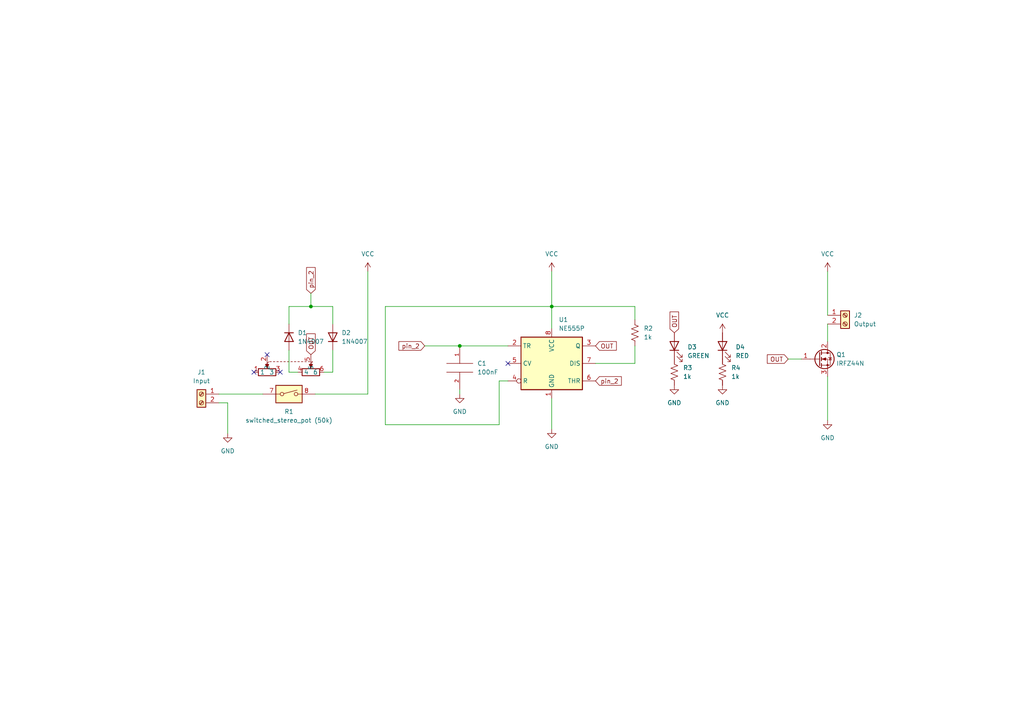
<source format=kicad_sch>
(kicad_sch (version 20211123) (generator eeschema)
  (paper "A4")
  (title_block (title "NE555 Based PWM Driver") (date "2022-03-19") (rev "v1.0") (comment 2 "creativecommons.org/licenses/by/4.0/") (comment 3 "License: CC BY 4.0") (comment 4 "Author: Mehmet Emre Doğan"))
  (lib_symbols
    (symbol "Connector:Screw_Terminal_01x02" (pin_names (offset 1.016) hide)
      (property "Reference" "J" (at 0 2.54 0))
      (property "Value" "Screw_Terminal_01x02" (at 0 -5.08 0))
      (symbol "Screw_Terminal_01x02_1_1"
        (rectangle (start -1.27 1.27) (end 1.27 -3.81) (stroke (width 0.254)) (fill (type background)))
        (circle (center 0 -2.54) (radius 0.635) (stroke (width 0.1524)))
        (polyline (pts (xy -0.5334 -2.2098) (xy 0.3302 -3.048)) (stroke (width 0.1524)))
        (polyline (pts (xy -0.5334 0.3302) (xy 0.3302 -0.508)) (stroke (width 0.1524)))
        (polyline (pts (xy -0.3556 -2.032) (xy 0.508 -2.8702)) (stroke (width 0.1524)))
        (polyline (pts (xy -0.3556 0.508) (xy 0.508 -0.3302)) (stroke (width 0.1524)))
        (circle (center 0 0) (radius 0.635) (stroke (width 0.1524)))
        (pin passive line (at -5.08 0 0) (length 3.81) (name "Pin_1") (number "1"))
        (pin passive line (at -5.08 -2.54 0) (length 3.81) (name "Pin_2") (number "2"))
      )
    )
    (symbol "Device:LED" (pin_numbers hide) (pin_names (offset 1.016) hide)
      (property "Reference" "D" (at 0 2.54 0))
      (property "Value" "LED" (at 0 -2.54 0))
      (symbol "LED_0_1"
        (polyline (pts (xy -1.27 -1.27) (xy -1.27 1.27)) (stroke (width 0.254)))
        (polyline (pts (xy -1.27 0) (xy 1.27 0)))
        (polyline (pts (xy 1.27 -1.27) (xy 1.27 1.27) (xy -1.27 0) (xy 1.27 -1.27)) (stroke (width 0.254)))
        (polyline (pts (xy -3.048 -0.762) (xy -4.572 -2.286) (xy -3.81 -2.286) (xy -4.572 -2.286) (xy -4.572 -1.524)))
        (polyline (pts (xy -1.778 -0.762) (xy -3.302 -2.286) (xy -2.54 -2.286) (xy -3.302 -2.286) (xy -3.302 -1.524)))
      )
      (symbol "LED_1_1"
        (pin passive line (at -3.81 0 0) (length 2.54) (name "K") (number "1"))
        (pin passive line (at 3.81 0 180) (length 2.54) (name "A") (number "2"))
      )
    )
    (symbol "Device:R_US" (pin_numbers hide) (pin_names (offset 0))
      (property "Reference" "R" (at 2.54 0 90))
      (property "Value" "R_US" (at -2.54 0 90))
      (symbol "R_US_0_1"
        (polyline (pts (xy 0 -2.286) (xy 0 -2.54)))
        (polyline (pts (xy 0 2.286) (xy 0 2.54)))
        (polyline (pts (xy 0 -0.762) (xy 1.016 -1.143) (xy 0 -1.524) (xy -1.016 -1.905) (xy 0 -2.286)))
        (polyline (pts (xy 0 0.762) (xy 1.016 0.381) (xy 0 0) (xy -1.016 -0.381) (xy 0 -0.762)))
        (polyline (pts (xy 0 2.286) (xy 1.016 1.905) (xy 0 1.524) (xy -1.016 1.143) (xy 0 0.762)))
      )
      (symbol "R_US_1_1"
        (pin passive line (at 0 3.81 270) (length 1.27) (name "~") (number "1"))
        (pin passive line (at 0 -3.81 90) (length 1.27) (name "~") (number "2"))
      )
    )
    (symbol "Diode:1N4007" (pin_numbers hide) (pin_names (offset 1.016) hide)
      (property "Reference" "D" (at 0 2.54 0))
      (property "Value" "1N4007" (at 0 -2.54 0))
      (symbol "1N4007_0_1"
        (polyline (pts (xy -1.27 1.27) (xy -1.27 -1.27)) (stroke (width 0.254)))
        (polyline (pts (xy 1.27 0) (xy -1.27 0)))
        (polyline (pts (xy 1.27 1.27) (xy 1.27 -1.27) (xy -1.27 0) (xy 1.27 1.27)) (stroke (width 0.254)))
      )
      (symbol "1N4007_1_1"
        (pin passive line (at -3.81 0 0) (length 2.54) (name "K") (number "1"))
        (pin passive line (at 3.81 0 180) (length 2.54) (name "A") (number "2"))
      )
    )
    (symbol "Timer:NE555P"
      (property "Reference" "U" (at -10.16 8.89 0))
      (property "Value" "NE555P" (at 2.54 8.89 0))
      (symbol "NE555P_0_0"
        (pin power_in line (at 0 -10.16 90) (length 2.54) (name "GND") (number "1"))
        (pin power_in line (at 0 10.16 270) (length 2.54) (name "VCC") (number "8"))
      )
      (symbol "NE555P_0_1"
        (rectangle (start -8.89 -7.62) (end 8.89 7.62) (stroke (width 0.254)) (fill (type background)))
        (rectangle (start -8.89 -7.62) (end 8.89 7.62) (stroke (width 0.254)) (fill (type background)))
      )
      (symbol "NE555P_1_1"
        (pin input line (at -12.7 5.08 0) (length 3.81) (name "TR") (number "2"))
        (pin output line (at 12.7 5.08 180) (length 3.81) (name "Q") (number "3"))
        (pin input inverted (at -12.7 -5.08 0) (length 3.81) (name "R") (number "4"))
        (pin input line (at -12.7 0 0) (length 3.81) (name "CV") (number "5"))
        (pin input line (at 12.7 -5.08 180) (length 3.81) (name "THR") (number "6"))
        (pin input line (at 12.7 0 180) (length 3.81) (name "DIS") (number "7"))
      )
    )
    (symbol "Transistor_FET:IRF540N" (pin_names hide)
      (property "Reference" "Q" (at 6.35 1.905 0))
      (property "Value" "IRF540N" (at 6.35 0 0))
      (symbol "IRF540N_0_1"
        (polyline (pts (xy 0.254 0) (xy -2.54 0)))
        (polyline (pts (xy 0.254 1.905) (xy 0.254 -1.905)) (stroke (width 0.254)))
        (polyline (pts (xy 0.762 -1.27) (xy 0.762 -2.286)) (stroke (width 0.254)))
        (polyline (pts (xy 0.762 0.508) (xy 0.762 -0.508)) (stroke (width 0.254)))
        (polyline (pts (xy 0.762 2.286) (xy 0.762 1.27)) (stroke (width 0.254)))
        (polyline (pts (xy 2.54 2.54) (xy 2.54 1.778)))
        (polyline (pts (xy 2.54 -2.54) (xy 2.54 0) (xy 0.762 0)))
        (polyline (pts (xy 0.762 -1.778) (xy 3.302 -1.778) (xy 3.302 1.778) (xy 0.762 1.778)))
        (polyline (pts (xy 1.016 0) (xy 2.032 0.381) (xy 2.032 -0.381) (xy 1.016 0)) (fill (type outline)))
        (polyline (pts (xy 2.794 0.508) (xy 2.921 0.381) (xy 3.683 0.381) (xy 3.81 0.254)))
        (polyline (pts (xy 3.302 0.381) (xy 2.921 -0.254) (xy 3.683 -0.254) (xy 3.302 0.381)))
        (circle (center 1.651 0) (radius 2.794) (stroke (width 0.254)))
        (circle (center 2.54 -1.778) (radius 0.254) (fill (type outline)))
        (circle (center 2.54 1.778) (radius 0.254) (fill (type outline)))
      )
      (symbol "IRF540N_1_1"
        (pin input line (at -5.08 0 0) (length 2.54) (name "G") (number "1"))
        (pin passive line (at 2.54 5.08 270) (length 2.54) (name "D") (number "2"))
        (pin passive line (at 2.54 -5.08 90) (length 2.54) (name "S") (number "3"))
      )
    )
    (symbol "power:GND" (power) (pin_names (offset 0))
      (property "Value" "GND" (at 0 -3.81 0))
      (symbol "GND_0_1"
        (polyline (pts (xy 0 0) (xy 0 -1.27) (xy 1.27 -1.27) (xy 0 -2.54) (xy -1.27 -1.27) (xy 0 -1.27)))
      )
      (symbol "GND_1_1"
        (pin power_in line (at 0 0 270) (length 0) hide (name "GND") (number "1"))
      )
    )
    (symbol "power:VCC" (power) (pin_names (offset 0))
      (property "Value" "VCC" (at 0 3.81 0))
      (symbol "VCC_0_1"
        (polyline (pts (xy -0.762 1.27) (xy 0 2.54)))
        (polyline (pts (xy 0 0) (xy 0 2.54)))
        (polyline (pts (xy 0 2.54) (xy 0.762 1.27)))
      )
      (symbol "VCC_1_1"
        (pin power_in line (at 0 0 90) (length 0) hide (name "VCC") (number "1"))
      )
    )
    (symbol "pspice:C" (pin_names (offset 0.254))
      (property "Reference" "C" (at 2.54 3.81 90))
      (property "Value" "C" (at 2.54 -3.81 90))
      (symbol "C_0_1"
        (polyline (pts (xy -3.81 -1.27) (xy 3.81 -1.27)))
        (polyline (pts (xy -3.81 1.27) (xy 3.81 1.27)))
      )
      (symbol "C_1_1"
        (pin passive line (at 0 6.35 270) (length 5.08) (name "~") (number "1"))
        (pin passive line (at 0 -6.35 90) (length 5.08) (name "~") (number "2"))
      )
    )
    (symbol "stereo_pot_with_switch:switched_stereo_pot"
      (property "Reference" "R" (at -6.35 10.16 0))
      (property "Value" "switched_stereo_pot" (at 5.08 10.16 0))
      (symbol "switched_stereo_pot_0_0"
        (polyline (pts (xy 3.556 -10.033) (xy 7.4422 -8.9916)))
        (circle (center 3.048 -10.16) (radius 0.508))
        (circle (center 7.112 -10.16) (radius 0.508))
      )
      (symbol "switched_stereo_pot_0_1"
        (rectangle (start -3.81 -2.794) (end 1.27 -4.826) (stroke (width 0.254)))
        (polyline (pts (xy -1.27 -1.27) (xy -1.27 -2.286)))
        (polyline (pts (xy -1.27 -1.27) (xy -1.27 -2.286)))
        (polyline (pts (xy -1.27 -1.27) (xy -0.762 -0.762)))
        (polyline (pts (xy -0.508 -0.762) (xy 0 -0.762)))
        (polyline (pts (xy 0.508 -0.762) (xy 1.016 -0.762)))
        (polyline (pts (xy 1.524 -0.762) (xy 2.032 -0.762)))
        (polyline (pts (xy 2.54 -0.762) (xy 3.048 -0.762)))
        (polyline (pts (xy 3.556 -0.762) (xy 4.064 -0.762)))
        (polyline (pts (xy 4.572 -0.762) (xy 5.08 -0.762)))
        (polyline (pts (xy 5.588 -0.762) (xy 6.096 -0.762)))
        (polyline (pts (xy 6.604 -0.762) (xy 7.112 -0.762)))
        (polyline (pts (xy 7.62 -0.762) (xy 8.128 -0.762)))
        (polyline (pts (xy 8.636 -0.762) (xy 9.144 -0.762)))
        (polyline (pts (xy 9.652 -0.762) (xy 10.16 -0.762)))
        (polyline (pts (xy 10.668 -0.762) (xy 11.176 -0.762)))
        (polyline (pts (xy 11.43 -1.27) (xy 11.43 -2.286)))
        (polyline (pts (xy 11.43 -1.27) (xy 11.43 -2.286)))
        (polyline (pts (xy 11.684 -0.762) (xy 11.938 -0.762) (xy 11.43 -1.27)))
        (polyline (pts (xy -1.27 -2.667) (xy -1.778 -1.524) (xy -0.762 -1.524) (xy -1.27 -2.667)) (fill (type outline)))
        (polyline (pts (xy 11.43 -2.667) (xy 10.922 -1.524) (xy 11.938 -1.524) (xy 11.43 -2.667)) (fill (type outline)))
        (rectangle (start 1.27 -7.62) (end 8.89 -12.7) (stroke (width 0.254)) (fill (type background)))
        (rectangle (start 8.89 -2.794) (end 13.97 -4.826) (stroke (width 0.254)))
      )
      (symbol "switched_stereo_pot_1_1"
        (pin passive line (at -5.08 -3.81 0) (length 1.27) (name "1") (number "1"))
        (pin passive line (at -1.27 1.27 270) (length 2.54) (name "2") (number "2"))
        (pin passive line (at 2.54 -3.81 180) (length 1.27) (name "3") (number "3"))
        (pin passive line (at 7.62 -3.81 0) (length 1.27) (name "4") (number "4"))
        (pin passive line (at 11.43 1.27 270) (length 2.54) (name "5") (number "5"))
        (pin passive line (at 15.24 -3.81 180) (length 1.27) (name "6") (number "6"))
        (pin passive line (at -2.54 -10.16 0) (length 5.08) (name "~") (number "7"))
        (pin passive line (at 12.7 -10.16 180) (length 5.08) (name "~") (number "8"))
      )
    )
  )
  (junction (at 133.35 100.33))
  (junction (at 90.17 88.9))
  (junction (at 160.02 88.9))
  (no_connect (at 147.32 105.41))
  (no_connect (at 77.47 102.87))
  (no_connect (at 81.28 107.95))
  (no_connect (at 73.66 107.95))
  (wire (pts (xy 184.15 105.41) (xy 184.15 100.33)))
  (wire (pts (xy 96.52 88.9) (xy 96.52 93.98)))
  (wire (pts (xy 184.15 92.71) (xy 184.15 88.9)))
  (wire (pts (xy 83.82 88.9) (xy 90.17 88.9)))
  (wire (pts (xy 83.82 107.95) (xy 86.36 107.95)))
  (wire (pts (xy 83.82 101.6) (xy 83.82 107.95)))
  (wire (pts (xy 63.5 116.84) (xy 66.04 116.84)))
  (wire (pts (xy 160.02 78.74) (xy 160.02 88.9)))
  (wire (pts (xy 160.02 115.57) (xy 160.02 124.46)))
  (wire (pts (xy 91.44 114.3) (xy 106.68 114.3)))
  (wire (pts (xy 147.32 110.49) (xy 144.78 110.49)))
  (wire (pts (xy 228.6 104.14) (xy 232.41 104.14)))
  (wire (pts (xy 172.72 105.41) (xy 184.15 105.41)))
  (wire (pts (xy 96.52 101.6) (xy 96.52 107.95)))
  (wire (pts (xy 90.17 85.09) (xy 90.17 88.9)))
  (wire (pts (xy 144.78 123.19) (xy 111.76 123.19)))
  (wire (pts (xy 133.35 100.33) (xy 147.32 100.33)))
  (wire (pts (xy 90.17 88.9) (xy 96.52 88.9)))
  (wire (pts (xy 83.82 93.98) (xy 83.82 88.9)))
  (wire (pts (xy 133.35 113.03) (xy 133.35 114.3)))
  (wire (pts (xy 240.03 93.98) (xy 240.03 99.06)))
  (wire (pts (xy 111.76 88.9) (xy 160.02 88.9)))
  (wire (pts (xy 240.03 121.92) (xy 240.03 109.22)))
  (wire (pts (xy 63.5 114.3) (xy 76.2 114.3)))
  (wire (pts (xy 111.76 88.9) (xy 111.76 123.19)))
  (wire (pts (xy 66.04 116.84) (xy 66.04 125.73)))
  (wire (pts (xy 123.19 100.33) (xy 133.35 100.33)))
  (wire (pts (xy 144.78 110.49) (xy 144.78 123.19)))
  (wire (pts (xy 240.03 78.74) (xy 240.03 91.44)))
  (wire (pts (xy 184.15 88.9) (xy 160.02 88.9)))
  (wire (pts (xy 160.02 88.9) (xy 160.02 95.25)))
  (wire (pts (xy 106.68 114.3) (xy 106.68 78.74)))
  (wire (pts (xy 96.52 107.95) (xy 93.98 107.95)))
  (global_label "pin_2" (shape input) (at 172.72 110.49 0) (property "Intersheet References" "${INTERSHEET_REFS}" (effects hide)))
  (global_label "OUT" (shape input) (at 172.72 100.33 0) (property "Intersheet References" "${INTERSHEET_REFS}" (effects hide)))
  (global_label "pin_2" (shape input) (at 123.19 100.33 180) (property "Intersheet References" "${INTERSHEET_REFS}" (effects hide)))
  (global_label "pin_2" (shape input) (at 90.17 85.09 90) (property "Intersheet References" "${INTERSHEET_REFS}" (effects hide)))
  (global_label "OUT" (shape input) (at 195.58 96.52 90) (property "Intersheet References" "${INTERSHEET_REFS}" (effects hide)))
  (global_label "OUT" (shape input) (at 228.6 104.14 180) (property "Intersheet References" "${INTERSHEET_REFS}" (effects hide)))
  (global_label "OUT" (shape input) (at 90.17 102.87 90) (property "Intersheet References" "${INTERSHEET_REFS}" (effects hide)))
  (symbol (lib_id "Transistor_FET:IRF540N") (at 237.49 104.14 0) (unit 1)
    (property "Reference" "Q1" (at 242.57 102.87 0) (effects (justify left)))
    (property "Value" "IRFZ44N" (at 242.57 105.41 0) (effects (justify left)))
    (property "Footprint" "Package_TO_SOT_THT:TO-220-3_Vertical" (effects hide))
    (property "Datasheet" "http://www.irf.com/product-info/datasheets/data/irf540n.pdf" (effects hide))
  )
  (symbol (lib_id "Diode:1N4007") (at 83.82 97.79 270) (unit 1)
    (property "Reference" "D1" (at 86.36 96.5199 90) (effects (justify left)))
    (property "Value" "1N4007" (at 86.36 99.0599 90) (effects (justify left)))
    (property "Footprint" "Diode_THT:D_DO-41_SOD81_P10.16mm_Horizontal" (effects hide))
    (property "Datasheet" "http://www.vishay.com/docs/88503/1n4001.pdf" (effects hide))
  )
  (symbol (lib_id "power:VCC") (at 106.68 78.74 0) (unit 1)
    (property "Reference" "#PWR02" (effects hide))
    (property "Value" "VCC" (at 106.68 73.66 0))
  )
  (symbol (lib_id "power:GND") (at 160.02 124.46 0) (unit 1)
    (property "Reference" "#PWR05" (effects hide))
    (property "Value" "GND" (at 160.02 129.54 0))
  )
  (symbol (lib_id "power:GND") (at 240.03 121.92 0) (unit 1)
    (property "Reference" "#PWR010" (effects hide))
    (property "Value" "GND" (at 240.03 127 0))
  )
  (symbol (lib_id "Device:R_US") (at 184.15 96.52 0) (unit 1)
    (property "Reference" "R2" (at 186.69 95.2499 0) (effects (justify left)))
    (property "Value" "1k" (at 186.69 97.7899 0) (effects (justify left)))
    (property "Footprint" "Resistor_THT:R_Axial_DIN0207_L6.3mm_D2.5mm_P10.16mm_Horizontal" (effects hide))
  )
  (symbol (lib_id "Connector:Screw_Terminal_01x02") (at 245.11 91.44 0) (unit 1)
    (property "Reference" "J2" (at 247.65 91.4399 0) (effects (justify left)))
    (property "Value" "Output" (at 247.65 93.9799 0) (effects (justify left)))
    (property "Footprint" "TerminalBlock_MetzConnect:TerminalBlock_MetzConnect_Type101_RT01602HBWC_1x02_P5.08mm_Horizontal" (effects hide))
  )
  (symbol (lib_id "Diode:1N4007") (at 96.52 97.79 90) (unit 1)
    (property "Reference" "D2" (at 99.06 96.5199 90) (effects (justify right)))
    (property "Value" "1N4007" (at 99.06 99.0599 90) (effects (justify right)))
    (property "Footprint" "Diode_THT:D_DO-41_SOD81_P10.16mm_Horizontal" (effects hide))
    (property "Datasheet" "http://www.vishay.com/docs/88503/1n4001.pdf" (effects hide))
  )
  (symbol (lib_id "power:GND") (at 66.04 125.73 0) (unit 1)
    (property "Reference" "#PWR01" (effects hide))
    (property "Value" "GND" (at 66.04 130.81 0))
  )
  (symbol (lib_id "power:VCC") (at 240.03 78.74 0) (unit 1)
    (property "Reference" "#PWR09" (effects hide))
    (property "Value" "VCC" (at 240.03 73.66 0))
  )
  (symbol (lib_id "Device:LED") (at 195.58 100.33 90) (unit 1)
    (property "Reference" "D3" (at 199.39 100.6474 90) (effects (justify right)))
    (property "Value" "GREEN" (at 199.39 103.1874 90) (effects (justify right)))
    (property "Footprint" "LED_THT:LED_D5.0mm_Clear" (effects hide))
  )
  (symbol (lib_id "power:GND") (at 195.58 111.76 0) (unit 1)
    (property "Reference" "#PWR06" (effects hide))
    (property "Value" "GND" (at 195.58 116.84 0))
  )
  (symbol (lib_id "Device:R_US") (at 209.55 107.95 0) (unit 1)
    (property "Reference" "R4" (at 212.09 106.6799 0) (effects (justify left)))
    (property "Value" "1k" (at 212.09 109.2199 0) (effects (justify left)))
    (property "Footprint" "Resistor_THT:R_Axial_DIN0207_L6.3mm_D2.5mm_P10.16mm_Horizontal" (effects hide))
  )
  (symbol (lib_id "power:VCC") (at 209.55 96.52 0) (unit 1)
    (property "Reference" "#PWR07" (effects hide))
    (property "Value" "VCC" (at 209.55 91.44 0))
  )
  (symbol (lib_id "power:GND") (at 133.35 114.3 0) (unit 1)
    (property "Reference" "#PWR03" (effects hide))
    (property "Value" "GND" (at 133.35 119.38 0))
  )
  (symbol (lib_id "Device:R_US") (at 195.58 107.95 0) (unit 1)
    (property "Reference" "R3" (at 198.12 106.6799 0) (effects (justify left)))
    (property "Value" "1k" (at 198.12 109.2199 0) (effects (justify left)))
    (property "Footprint" "Resistor_THT:R_Axial_DIN0207_L6.3mm_D2.5mm_P10.16mm_Horizontal" (effects hide))
  )
  (symbol (lib_id "stereo_pot_with_switch:switched_stereo_pot") (at 78.74 104.14 0) (unit 1)
    (property "Reference" "R1" (at 83.82 119.38 0))
    (property "Value" "switched_stereo_pot (50k)" (at 83.82 121.92 0))
    (property "Footprint" "stereo_pot_with_switch:stereo_pot_with_switch" (effects hide))
  )
  (symbol (lib_id "power:GND") (at 209.55 111.76 0) (unit 1)
    (property "Reference" "#PWR08" (effects hide))
    (property "Value" "GND" (at 209.55 116.84 0))
  )
  (symbol (lib_id "Timer:NE555P") (at 160.02 105.41 0) (unit 1)
    (property "Reference" "U1" (at 162.0394 92.71 0) (effects (justify left)))
    (property "Value" "NE555P" (at 162.0394 95.25 0) (effects (justify left)))
    (property "Footprint" "Package_DIP:DIP-8_W7.62mm" (effects hide))
    (property "Datasheet" "http://www.ti.com/lit/ds/symlink/ne555.pdf" (effects hide))
  )
  (symbol (lib_id "power:VCC") (at 160.02 78.74 0) (unit 1)
    (property "Reference" "#PWR04" (effects hide))
    (property "Value" "VCC" (at 160.02 73.66 0))
  )
  (symbol (lib_id "pspice:C") (at 133.35 106.68 0) (unit 1)
    (property "Reference" "C1" (at 138.43 105.4099 0) (effects (justify left)))
    (property "Value" "100nF" (at 138.43 107.9499 0) (effects (justify left)))
    (property "Footprint" "Capacitor_THT:C_Disc_D3.0mm_W2.0mm_P2.50mm" (effects hide))
  )
  (symbol (lib_id "Connector:Screw_Terminal_01x02") (at 58.42 114.3 0) (mirror y) (unit 1)
    (property "Reference" "J1" (at 58.42 107.95 0))
    (property "Value" "Input" (at 58.42 110.49 0))
    (property "Footprint" "TerminalBlock_MetzConnect:TerminalBlock_MetzConnect_Type101_RT01602HBWC_1x02_P5.08mm_Horizontal" (effects hide))
  )
  (symbol (lib_id "Device:LED") (at 209.55 100.33 90) (unit 1)
    (property "Reference" "D4" (at 213.36 100.6474 90) (effects (justify right)))
    (property "Value" "RED" (at 213.36 103.1874 90) (effects (justify right)))
    (property "Footprint" "LED_THT:LED_D5.0mm_Clear" (effects hide))
  )
)
</source>
